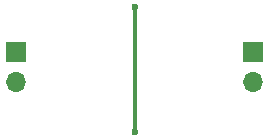
<source format=gbl>
%TF.GenerationSoftware,KiCad,Pcbnew,9.0.7*%
%TF.CreationDate,2026-01-08T12:12:57-08:00*%
%TF.ProjectId,voltage_divider_routed,766f6c74-6167-4655-9f64-697669646572,rev?*%
%TF.SameCoordinates,Original*%
%TF.FileFunction,Copper,L2,Bot*%
%TF.FilePolarity,Positive*%
%FSLAX46Y46*%
G04 Gerber Fmt 4.6, Leading zero omitted, Abs format (unit mm)*
G04 Created by KiCad (PCBNEW 9.0.7) date 2026-01-08 12:12:57*
%MOMM*%
%LPD*%
G01*
G04 APERTURE LIST*
%TA.AperFunction,ComponentPad*%
%ADD10R,1.700000X1.700000*%
%TD*%
%TA.AperFunction,ComponentPad*%
%ADD11O,1.700000X1.700000*%
%TD*%
%TA.AperFunction,ViaPad*%
%ADD12C,0.600000*%
%TD*%
%TA.AperFunction,Conductor*%
%ADD13C,0.300000*%
%TD*%
G04 APERTURE END LIST*
D10*
%TO.P,J1,1*%
%TO.N,VIN*%
X105000000Y-111230000D03*
D11*
%TO.P,J1,2*%
%TO.N,GND*%
X105000000Y-113770000D03*
%TD*%
D10*
%TO.P,J2,1*%
%TO.N,VOUT*%
X125000000Y-111230000D03*
D11*
%TO.P,J2,2*%
%TO.N,GND*%
X125000000Y-113770000D03*
%TD*%
D12*
%TO.N,VOUT*%
X115000000Y-107400000D03*
X115000000Y-118000000D03*
%TD*%
D13*
%TO.N,VOUT*%
X115000000Y-107400000D02*
X115000000Y-107500000D01*
X115000000Y-107500000D02*
X115000000Y-107600000D01*
X115000000Y-107600000D02*
X115000000Y-107700000D01*
X115000000Y-107700000D02*
X115000000Y-107800000D01*
X115000000Y-107800000D02*
X115000000Y-107900000D01*
X115000000Y-107900000D02*
X115000000Y-108000000D01*
X115000000Y-108000000D02*
X115000000Y-108100000D01*
X115000000Y-108100000D02*
X115000000Y-108200000D01*
X115000000Y-108200000D02*
X115000000Y-108300000D01*
X115000000Y-108300000D02*
X115000000Y-108400000D01*
X115000000Y-108400000D02*
X115000000Y-108500000D01*
X115000000Y-108500000D02*
X115000000Y-108600000D01*
X115000000Y-108600000D02*
X115000000Y-108700000D01*
X115000000Y-108700000D02*
X115000000Y-108800000D01*
X115000000Y-108800000D02*
X115000000Y-108900000D01*
X115000000Y-108900000D02*
X115000000Y-109000000D01*
X115000000Y-109000000D02*
X115000000Y-109100000D01*
X115000000Y-109100000D02*
X115000000Y-109200000D01*
X115000000Y-109200000D02*
X115000000Y-109300000D01*
X115000000Y-109300000D02*
X115000000Y-109400000D01*
X115000000Y-109400000D02*
X115000000Y-109500000D01*
X115000000Y-109500000D02*
X115000000Y-109600000D01*
X115000000Y-109600000D02*
X115000000Y-109700000D01*
X115000000Y-109700000D02*
X115000000Y-109800000D01*
X115000000Y-109800000D02*
X115000000Y-109900000D01*
X115000000Y-109900000D02*
X115000000Y-110000000D01*
X115000000Y-110000000D02*
X115000000Y-110100000D01*
X115000000Y-110100000D02*
X115000000Y-110200000D01*
X115000000Y-110200000D02*
X115000000Y-110300000D01*
X115000000Y-110300000D02*
X115000000Y-110400000D01*
X115000000Y-110400000D02*
X115000000Y-110500000D01*
X115000000Y-110500000D02*
X115000000Y-110600000D01*
X115000000Y-110600000D02*
X115000000Y-110700000D01*
X115000000Y-110700000D02*
X115000000Y-110800000D01*
X115000000Y-110800000D02*
X115000000Y-110900000D01*
X115000000Y-110900000D02*
X115000000Y-111000000D01*
X115000000Y-111000000D02*
X115000000Y-111100000D01*
X115000000Y-111100000D02*
X115000000Y-111200000D01*
X115000000Y-111200000D02*
X115000000Y-111300000D01*
X115000000Y-111300000D02*
X115000000Y-111400000D01*
X115000000Y-111400000D02*
X115000000Y-111500000D01*
X115000000Y-111500000D02*
X115000000Y-111600000D01*
X115000000Y-111600000D02*
X115000000Y-111700000D01*
X115000000Y-111700000D02*
X115000000Y-111800000D01*
X115000000Y-111800000D02*
X115000000Y-111900000D01*
X115000000Y-111900000D02*
X115000000Y-112000000D01*
X115000000Y-112000000D02*
X115000000Y-112100000D01*
X115000000Y-112100000D02*
X115000000Y-112200000D01*
X115000000Y-112200000D02*
X115000000Y-112300000D01*
X115000000Y-112300000D02*
X115000000Y-112400000D01*
X115000000Y-112400000D02*
X115000000Y-112500000D01*
X115000000Y-112500000D02*
X115000000Y-112600000D01*
X115000000Y-112600000D02*
X115000000Y-112700000D01*
X115000000Y-112700000D02*
X115000000Y-112800000D01*
X115000000Y-112800000D02*
X115000000Y-112900000D01*
X115000000Y-112900000D02*
X115000000Y-113000000D01*
X115000000Y-113000000D02*
X115000000Y-113100000D01*
X115000000Y-113100000D02*
X115000000Y-113200000D01*
X115000000Y-113200000D02*
X115000000Y-113300000D01*
X115000000Y-113300000D02*
X115000000Y-113400000D01*
X115000000Y-113400000D02*
X115000000Y-113500000D01*
X115000000Y-113500000D02*
X115000000Y-113600000D01*
X115000000Y-113600000D02*
X115000000Y-113700000D01*
X115000000Y-113700000D02*
X115000000Y-113800000D01*
X115000000Y-113800000D02*
X115000000Y-113900000D01*
X115000000Y-113900000D02*
X115000000Y-114000000D01*
X115000000Y-114000000D02*
X115000000Y-114100000D01*
X115000000Y-114100000D02*
X115000000Y-114200000D01*
X115000000Y-114200000D02*
X115000000Y-114300000D01*
X115000000Y-114300000D02*
X115000000Y-114400000D01*
X115000000Y-114400000D02*
X115000000Y-114500000D01*
X115000000Y-114500000D02*
X115000000Y-114600000D01*
X115000000Y-114600000D02*
X115000000Y-114700000D01*
X115000000Y-114700000D02*
X115000000Y-114800000D01*
X115000000Y-114800000D02*
X115000000Y-114900000D01*
X115000000Y-114900000D02*
X115000000Y-115000000D01*
X115000000Y-115000000D02*
X115000000Y-115100000D01*
X115000000Y-115100000D02*
X115000000Y-115200000D01*
X115000000Y-115200000D02*
X115000000Y-115300000D01*
X115000000Y-115300000D02*
X115000000Y-115400000D01*
X115000000Y-115400000D02*
X115000000Y-115500000D01*
X115000000Y-115500000D02*
X115000000Y-115600000D01*
X115000000Y-115600000D02*
X115000000Y-115700000D01*
X115000000Y-115700000D02*
X115000000Y-115800000D01*
X115000000Y-115800000D02*
X115000000Y-115900000D01*
X115000000Y-115900000D02*
X115000000Y-116000000D01*
X115000000Y-116000000D02*
X115000000Y-116100000D01*
X115000000Y-116100000D02*
X115000000Y-116200000D01*
X115000000Y-116200000D02*
X115000000Y-116300000D01*
X115000000Y-116300000D02*
X115000000Y-116400000D01*
X115000000Y-116400000D02*
X115000000Y-116500000D01*
X115000000Y-116500000D02*
X115000000Y-116600000D01*
X115000000Y-116600000D02*
X115000000Y-116700000D01*
X115000000Y-116700000D02*
X115000000Y-116800000D01*
X115000000Y-116800000D02*
X115000000Y-116900000D01*
X115000000Y-116900000D02*
X115000000Y-117000000D01*
X115000000Y-117000000D02*
X115000000Y-117100000D01*
X115000000Y-117100000D02*
X115000000Y-117200000D01*
X115000000Y-117200000D02*
X115000000Y-117300000D01*
X115000000Y-117300000D02*
X115000000Y-117400000D01*
X115000000Y-117400000D02*
X115000000Y-117500000D01*
X115000000Y-117500000D02*
X115000000Y-117600000D01*
X115000000Y-117600000D02*
X115000000Y-117700000D01*
X115000000Y-117700000D02*
X115000000Y-117800000D01*
X115000000Y-117800000D02*
X115000000Y-117900000D01*
X115000000Y-117900000D02*
X115000000Y-118000000D01*
%TD*%
M02*

</source>
